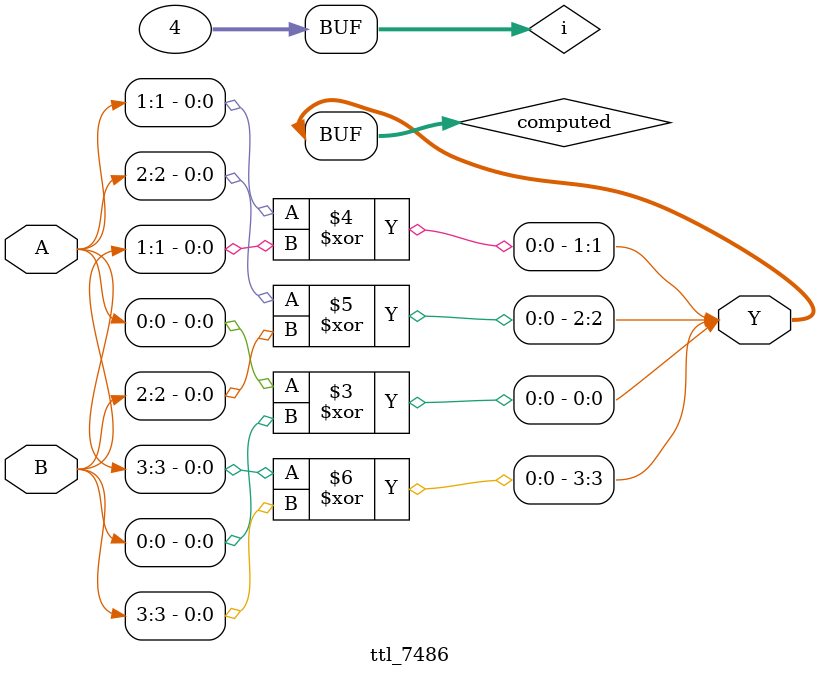
<source format=v>


module ttl_7486 #(parameter BLOCKS = 4, WIDTH_IN = 2, DELAY_RISE = 0, DELAY_FALL = 0)
(
  input [BLOCKS-1:0] A,
  input [BLOCKS-1:0] B,
  output [BLOCKS-1:0] Y
);

//------------------------------------------------//
reg [BLOCKS-1:0] computed;
integer i;

always @(*)
begin
  for (i = 0; i < BLOCKS; i++)
    computed[i] = A[i] ^ B[i];
end
//------------------------------------------------//

assign #(DELAY_RISE, DELAY_FALL) Y = computed;

endmodule

</source>
